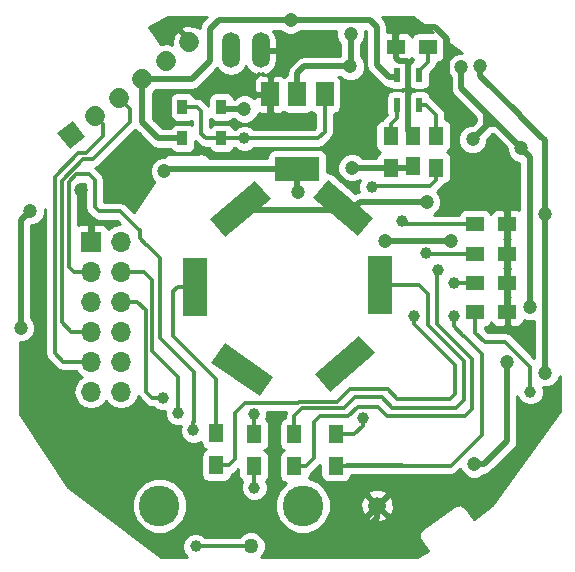
<source format=gbl>
G04 #@! TF.FileFunction,Copper,L2,Bot,Signal*
%FSLAX46Y46*%
G04 Gerber Fmt 4.6, Leading zero omitted, Abs format (unit mm)*
G04 Created by KiCad (PCBNEW 4.0.7) date 01/22/18 19:21:18*
%MOMM*%
%LPD*%
G01*
G04 APERTURE LIST*
%ADD10C,0.100000*%
%ADD11R,3.800000X2.000000*%
%ADD12R,1.500000X2.000000*%
%ADD13R,1.250000X1.500000*%
%ADD14R,1.300000X1.500000*%
%ADD15R,0.558800X1.270000*%
%ADD16C,1.270000*%
%ADD17C,3.450000*%
%ADD18C,1.520000*%
%ADD19R,0.900000X1.200000*%
%ADD20O,1.510000X3.010000*%
%ADD21R,1.700000X1.700000*%
%ADD22O,1.700000X1.700000*%
%ADD23R,1.500000X1.300000*%
%ADD24R,2.000000X5.000000*%
%ADD25C,1.700000*%
%ADD26C,1.000000*%
%ADD27C,1.200000*%
%ADD28C,0.300000*%
%ADD29C,0.500000*%
%ADD30C,0.254000*%
G04 APERTURE END LIST*
D10*
G36*
X148311457Y-98734789D02*
X147164304Y-100373093D01*
X143068543Y-97505211D01*
X144215696Y-95866907D01*
X148311457Y-98734789D01*
X148311457Y-98734789D01*
G37*
D11*
X150370000Y-81090000D03*
D12*
X150370000Y-74790000D03*
X152670000Y-74790000D03*
X148070000Y-74790000D03*
D13*
X160170000Y-80830000D03*
X160170000Y-78330000D03*
D14*
X162110000Y-78290000D03*
X162110000Y-80990000D03*
D15*
X160689800Y-75725400D03*
X159750000Y-75725400D03*
X158810200Y-75725400D03*
X158810200Y-73134600D03*
X160689800Y-73134600D03*
D14*
X153620000Y-106250000D03*
X153620000Y-103550000D03*
D16*
X146410000Y-113070000D03*
D17*
X138690000Y-109620000D03*
X150830000Y-109620000D03*
D18*
X157120000Y-109620000D03*
D19*
X140640000Y-75870000D03*
X143940000Y-75870000D03*
X143940000Y-78520000D03*
X140640000Y-78520000D03*
D20*
X144740000Y-71050000D03*
X147280000Y-71050000D03*
D21*
X132900000Y-87270000D03*
D22*
X135440000Y-87270000D03*
X132900000Y-89810000D03*
X135440000Y-89810000D03*
X132900000Y-92350000D03*
X135440000Y-92350000D03*
X132900000Y-94890000D03*
X135440000Y-94890000D03*
X132900000Y-97430000D03*
X135440000Y-97430000D03*
X132900000Y-99970000D03*
X135440000Y-99970000D03*
D14*
X143510000Y-106210000D03*
X143510000Y-103510000D03*
X146680000Y-106270000D03*
X146680000Y-103570000D03*
X150110000Y-106290000D03*
X150110000Y-103590000D03*
D23*
X165420000Y-85790000D03*
X168120000Y-85790000D03*
X165440000Y-90790000D03*
X168140000Y-90790000D03*
X168140000Y-93200000D03*
X165440000Y-93200000D03*
X165440000Y-88290000D03*
X168140000Y-88290000D03*
X158700000Y-70820000D03*
X161400000Y-70820000D03*
D10*
G36*
X153159285Y-100014857D02*
X151847167Y-98505438D01*
X155620715Y-95225143D01*
X156932833Y-96734562D01*
X153159285Y-100014857D01*
X153159285Y-100014857D01*
G37*
D24*
X141740000Y-91070000D03*
X157360000Y-90930000D03*
D14*
X158270000Y-81050000D03*
X158270000Y-78350000D03*
D10*
G36*
X144277677Y-86873013D02*
X142992101Y-85340925D01*
X146822323Y-82126987D01*
X148107899Y-83659075D01*
X144277677Y-86873013D01*
X144277677Y-86873013D01*
G37*
G36*
X156777899Y-85250925D02*
X155492323Y-86783013D01*
X151662101Y-83569075D01*
X152947677Y-82036987D01*
X156777899Y-85250925D01*
X156777899Y-85250925D01*
G37*
G36*
X132418412Y-78365421D02*
X131078794Y-79412045D01*
X130032170Y-78072427D01*
X131371788Y-77025803D01*
X132418412Y-78365421D01*
X132418412Y-78365421D01*
G37*
D25*
X133226838Y-76655144D02*
X133226838Y-76655144D01*
X135228386Y-75091364D02*
X135228386Y-75091364D01*
X137229933Y-73527584D02*
X137229933Y-73527584D01*
X139231480Y-71963803D02*
X139231480Y-71963803D01*
X141233028Y-70400023D02*
X141233028Y-70400023D01*
D26*
X141750000Y-113070000D03*
D27*
X132030000Y-82900000D03*
X130970000Y-98860000D03*
X130970000Y-98860000D03*
X154860000Y-79090000D03*
X154970000Y-75700000D03*
X148820000Y-77220000D03*
X138010000Y-105590000D03*
D26*
X145880000Y-78520000D03*
D27*
X155000000Y-81000000D03*
X145890000Y-76040000D03*
X139110000Y-81300000D03*
X157810000Y-87190000D03*
X163350000Y-87180000D03*
X150410000Y-83050000D03*
X154850000Y-72420000D03*
X154880000Y-69690000D03*
X165850000Y-72390000D03*
X171310000Y-84940000D03*
X171360000Y-98360000D03*
X127760000Y-84630000D03*
X126950000Y-94560000D03*
X165330000Y-106100000D03*
X161330000Y-83920000D03*
X164240000Y-72500000D03*
X170050000Y-92790000D03*
X165200000Y-78600000D03*
X169330000Y-79350000D03*
X168110000Y-97490000D03*
X149790000Y-68510000D03*
D26*
X156670000Y-82630000D03*
X155885000Y-102190000D03*
X146680000Y-101890000D03*
X163610000Y-90790000D03*
X141570000Y-103240000D03*
X170100000Y-100000000D03*
X140260000Y-101780000D03*
X161230000Y-88270000D03*
X138980000Y-100500000D03*
X159210000Y-85490000D03*
X160230000Y-93590000D03*
X146710000Y-108090000D03*
X162310000Y-89690000D03*
X163600000Y-93600000D03*
D28*
X146410000Y-113070000D02*
X141750000Y-113070000D01*
D29*
X132030000Y-84950000D02*
X132900000Y-85820000D01*
X132900000Y-85820000D02*
X132900000Y-87270000D01*
X132030000Y-82900000D02*
X132030000Y-84950000D01*
X130970000Y-98860000D02*
X130970000Y-104650000D01*
X130970000Y-104650000D02*
X131910000Y-105590000D01*
X131910000Y-105590000D02*
X138010000Y-105590000D01*
X154860000Y-79090000D02*
X154860000Y-75810000D01*
X154860000Y-75810000D02*
X154970000Y-75700000D01*
X154870000Y-77830000D02*
X154870000Y-75800000D01*
X154870000Y-75800000D02*
X154970000Y-75700000D01*
X160170000Y-78330000D02*
X159750000Y-77910000D01*
X159750000Y-77910000D02*
X159750000Y-75725400D01*
X148070000Y-74790000D02*
X148070000Y-76470000D01*
X148070000Y-76470000D02*
X148820000Y-77220000D01*
X147510000Y-110950000D02*
X143950000Y-110950000D01*
X138609999Y-106189999D02*
X139189999Y-106189999D01*
X138010000Y-105590000D02*
X138609999Y-106189999D01*
X139189999Y-106189999D02*
X143950000Y-110950000D01*
X159750000Y-72120000D02*
X159750000Y-74450000D01*
X159750000Y-74450000D02*
X159750000Y-75725400D01*
X159630000Y-72000000D02*
X159750000Y-72120000D01*
X159000000Y-72000000D02*
X159630000Y-72000000D01*
X158700000Y-71700000D02*
X159000000Y-72000000D01*
X158700000Y-70820000D02*
X158700000Y-71700000D01*
X158620000Y-70930000D02*
X158620000Y-69550000D01*
X159040000Y-69130000D02*
X162050000Y-69130000D01*
X158620000Y-69550000D02*
X159040000Y-69130000D01*
X163050000Y-70130000D02*
X163050000Y-75830000D01*
X162050000Y-69130000D02*
X163050000Y-70130000D01*
X163050000Y-75830000D02*
X163730000Y-76510000D01*
X163730000Y-76510000D02*
X163730000Y-81850000D01*
X163730000Y-81850000D02*
X165020000Y-83140000D01*
X165020000Y-83140000D02*
X166620000Y-83140000D01*
X166620000Y-83140000D02*
X168120000Y-84640000D01*
X168120000Y-84640000D02*
X168120000Y-85790000D01*
X168140000Y-88290000D02*
X168140000Y-85810000D01*
X168140000Y-85810000D02*
X168120000Y-85790000D01*
X168140000Y-90790000D02*
X168140000Y-88290000D01*
X168140000Y-93200000D02*
X168140000Y-90790000D01*
X148970000Y-112410000D02*
X147510000Y-110950000D01*
X155404802Y-112410000D02*
X148970000Y-112410000D01*
X157120000Y-109620000D02*
X157120000Y-110694802D01*
X157120000Y-110694802D02*
X155404802Y-112410000D01*
D28*
X145880000Y-78520000D02*
X152120000Y-78520000D01*
X152120000Y-78520000D02*
X152670000Y-77970000D01*
X152670000Y-74790000D02*
X152670000Y-77970000D01*
X143940000Y-78520000D02*
X145880000Y-78520000D01*
X142190000Y-76200000D02*
X141860000Y-75870000D01*
X141860000Y-75870000D02*
X140640000Y-75870000D01*
X142190000Y-78120000D02*
X142190000Y-76200000D01*
X142590000Y-78520000D02*
X142190000Y-78120000D01*
X143940000Y-78520000D02*
X142590000Y-78520000D01*
X152710000Y-74830000D02*
X152670000Y-74790000D01*
D29*
X158270000Y-81050000D02*
X155050000Y-81050000D01*
X155050000Y-81050000D02*
X155000000Y-81000000D01*
X158270000Y-81050000D02*
X159950000Y-81050000D01*
X159950000Y-81050000D02*
X160170000Y-80830000D01*
X145890000Y-76040000D02*
X144110000Y-76040000D01*
X144110000Y-76040000D02*
X143940000Y-75870000D01*
X150370000Y-81090000D02*
X139320000Y-81090000D01*
X139320000Y-81090000D02*
X139110000Y-81300000D01*
X126950000Y-94560000D02*
X126950000Y-85440000D01*
X157810000Y-87190000D02*
X163340000Y-87190000D01*
X163340000Y-87190000D02*
X163350000Y-87180000D01*
X150410000Y-82630000D02*
X150410000Y-83050000D01*
X150370000Y-81090000D02*
X150370000Y-82590000D01*
X150370000Y-82590000D02*
X150410000Y-82630000D01*
X154300000Y-72420000D02*
X154850000Y-72420000D01*
X150970000Y-72420000D02*
X154300000Y-72420000D01*
X154880000Y-72390000D02*
X154880000Y-71780000D01*
X154880000Y-71780000D02*
X154880000Y-71500000D01*
X150370000Y-74790000D02*
X150370000Y-73020000D01*
X150370000Y-73020000D02*
X150970000Y-72420000D01*
X154850000Y-72420000D02*
X154880000Y-72390000D01*
X154880000Y-71500000D02*
X154880000Y-69690000D01*
X169210000Y-76580000D02*
X165850000Y-73220000D01*
X165850000Y-73220000D02*
X165850000Y-72390000D01*
X169210000Y-76590000D02*
X169210000Y-76580000D01*
X171030000Y-78390000D02*
X171310000Y-78670000D01*
X171310000Y-78670000D02*
X171310000Y-78890000D01*
X171010000Y-78390000D02*
X171030000Y-78390000D01*
X171310000Y-78890000D02*
X171310000Y-84940000D01*
X171310000Y-96860000D02*
X171310000Y-94450000D01*
X171310000Y-97141472D02*
X171310000Y-96860000D01*
X171310000Y-96860000D02*
X171360000Y-96910000D01*
X171360000Y-96910000D02*
X171360000Y-98360000D01*
X171310000Y-84940000D02*
X171310000Y-84091472D01*
X171310000Y-94450000D02*
X171310000Y-84940000D01*
X169210000Y-76590000D02*
X171010000Y-78390000D01*
X126950000Y-85440000D02*
X127760000Y-84630000D01*
X154660000Y-84580000D02*
X144990000Y-84580000D01*
X144990000Y-84580000D02*
X144850000Y-84440000D01*
X154610000Y-84580000D02*
X154790000Y-84760000D01*
X165330000Y-106100000D02*
X166178528Y-106100000D01*
X166178528Y-106100000D02*
X168120000Y-104158528D01*
X168120000Y-104158528D02*
X168120000Y-99680000D01*
X161330000Y-83920000D02*
X155630000Y-83920000D01*
X155630000Y-83920000D02*
X154790000Y-84760000D01*
X161330000Y-83920000D02*
X159640000Y-83920000D01*
X166360000Y-76390000D02*
X164240000Y-74270000D01*
X166870000Y-76900000D02*
X166360000Y-76390000D01*
X166360000Y-76390000D02*
X166360000Y-77180000D01*
X166360000Y-77180000D02*
X166480000Y-77300000D01*
X166880000Y-76900000D02*
X166870000Y-76900000D01*
X164240000Y-74270000D02*
X164240000Y-72500000D01*
X168120000Y-98348528D02*
X168120000Y-99680000D01*
X168110000Y-97490000D02*
X168110000Y-98338528D01*
X168110000Y-98338528D02*
X168120000Y-98348528D01*
X170050000Y-92790000D02*
X170050000Y-80070000D01*
X170050000Y-80070000D02*
X169330000Y-79350000D01*
X169330000Y-79350000D02*
X167260000Y-77280000D01*
X167260000Y-77280000D02*
X166880000Y-76900000D01*
X166480000Y-77300000D02*
X167240000Y-77300000D01*
X167240000Y-77300000D02*
X167260000Y-77280000D01*
X165799999Y-77980001D02*
X166480000Y-77300000D01*
X166480000Y-77300000D02*
X166880000Y-76900000D01*
X165200000Y-78600000D02*
X165799999Y-78000001D01*
X165799999Y-78000001D02*
X165799999Y-77980001D01*
X137229933Y-73527584D02*
X141412416Y-73527584D01*
X141412416Y-73527584D02*
X142960000Y-71980000D01*
X143700000Y-68510000D02*
X149110000Y-68510000D01*
X142960000Y-71980000D02*
X142960000Y-69250000D01*
X142960000Y-69250000D02*
X143700000Y-68510000D01*
X137544709Y-77474709D02*
X137229933Y-77159933D01*
X137229933Y-77159933D02*
X137229933Y-73527584D01*
X140640000Y-78520000D02*
X138590000Y-78520000D01*
X137544709Y-77474709D02*
X138590000Y-78520000D01*
X150110000Y-68510000D02*
X149790000Y-68510000D01*
X149790000Y-68510000D02*
X149110000Y-68510000D01*
X157090200Y-72310000D02*
X157090200Y-69070200D01*
X157090200Y-72310000D02*
X158124810Y-73344610D01*
X158124810Y-73344610D02*
X158721268Y-73344610D01*
X158721268Y-73344610D02*
X158810200Y-73344610D01*
X157090200Y-69070200D02*
X156530000Y-68510000D01*
X156530000Y-68510000D02*
X151110000Y-68510000D01*
X151110000Y-68510000D02*
X150110000Y-68510000D01*
X149110000Y-68510000D02*
X149553273Y-68510000D01*
D28*
X157830000Y-82550000D02*
X161600000Y-82550000D01*
X157420000Y-82550000D02*
X157830000Y-82550000D01*
X157830000Y-82550000D02*
X156750000Y-82550000D01*
X156750000Y-82550000D02*
X156670000Y-82630000D01*
X161630000Y-82520000D02*
X161790000Y-82360000D01*
X161790000Y-82360000D02*
X162110000Y-82040000D01*
X161600000Y-82550000D02*
X161790000Y-82360000D01*
X161580000Y-82570000D02*
X162110000Y-82040000D01*
X157420000Y-82550000D02*
X158127106Y-82550000D01*
X162110000Y-82040000D02*
X162110000Y-80990000D01*
X162110000Y-81483998D02*
X162110000Y-80990000D01*
X155175000Y-103550000D02*
X155885000Y-102840000D01*
X155885000Y-102840000D02*
X155885000Y-102190000D01*
X153620000Y-103550000D02*
X155175000Y-103550000D01*
X153620000Y-103550000D02*
X154950000Y-103550000D01*
X146680000Y-102520000D02*
X146680000Y-101890000D01*
X146680000Y-103570000D02*
X146680000Y-102520000D01*
X143510000Y-103510000D02*
X143510000Y-98910000D01*
X143510000Y-98910000D02*
X142800000Y-98200000D01*
X139820000Y-93430000D02*
X139820000Y-93070000D01*
X139820000Y-93070000D02*
X139820000Y-91470000D01*
X140970000Y-96370000D02*
X139820000Y-95220000D01*
X139820000Y-95220000D02*
X139820000Y-93070000D01*
X140970000Y-96370000D02*
X142800000Y-98200000D01*
X140770000Y-96170000D02*
X140970000Y-96370000D01*
X139820000Y-91470000D02*
X140220000Y-91070000D01*
X140220000Y-91070000D02*
X141740000Y-91070000D01*
X150110000Y-103590000D02*
X150110000Y-101990000D01*
X163780000Y-101330000D02*
X164450000Y-100660000D01*
X164450000Y-97350000D02*
X161430000Y-94330000D01*
X150110000Y-101990000D02*
X150735000Y-101365000D01*
X150735000Y-101365000D02*
X154285000Y-101365000D01*
X154285000Y-101365000D02*
X155210000Y-100440000D01*
X155210000Y-100440000D02*
X157520000Y-100440000D01*
X157520000Y-100440000D02*
X158410000Y-101330000D01*
X158410000Y-101330000D02*
X163780000Y-101330000D01*
X164450000Y-100660000D02*
X164450000Y-97350000D01*
X161430000Y-94330000D02*
X161430000Y-91730000D01*
X161430000Y-91730000D02*
X160640000Y-90940000D01*
X160640000Y-90940000D02*
X157490000Y-90940000D01*
X150110000Y-103590000D02*
X150110000Y-102090000D01*
X137030000Y-87000000D02*
X137030000Y-86300000D01*
X135390000Y-84710000D02*
X133580000Y-84710000D01*
X137030000Y-86300000D02*
X136980000Y-86300000D01*
X136980000Y-86300000D02*
X135390000Y-84710000D01*
X131010000Y-83490000D02*
X131010000Y-82580000D01*
X131010000Y-82580000D02*
X131010000Y-82390000D01*
X131647120Y-81570000D02*
X131010000Y-82207120D01*
X131010000Y-82207120D02*
X131010000Y-82580000D01*
X133210000Y-82040000D02*
X132740000Y-81570000D01*
X132740000Y-81570000D02*
X131647120Y-81570000D01*
X133210000Y-84340000D02*
X133210000Y-82040000D01*
X133580000Y-84710000D02*
X133210000Y-84340000D01*
X137580000Y-87550000D02*
X137030000Y-87000000D01*
X137600000Y-87550000D02*
X137580000Y-87550000D01*
X131030000Y-89390000D02*
X131450000Y-89810000D01*
X131450000Y-89810000D02*
X132900000Y-89810000D01*
X131030000Y-88090000D02*
X131030000Y-89390000D01*
X131010000Y-87990000D02*
X131010000Y-88070000D01*
X131010000Y-88070000D02*
X131030000Y-88090000D01*
X131010000Y-85100000D02*
X131010000Y-83490000D01*
X131010000Y-85100000D02*
X131010000Y-85060000D01*
X131010000Y-87590000D02*
X131010000Y-85100000D01*
X141580000Y-102522894D02*
X141580000Y-98300000D01*
X141580000Y-98300000D02*
X138700000Y-95420000D01*
X141570000Y-103240000D02*
X141570000Y-102532894D01*
X141570000Y-102532894D02*
X141580000Y-102522894D01*
X165440000Y-90790000D02*
X163610000Y-90790000D01*
X138700000Y-88650000D02*
X137600000Y-87550000D01*
X138700000Y-95420000D02*
X138700000Y-88650000D01*
X131010000Y-83490000D02*
X131010000Y-83290000D01*
X131010000Y-87772081D02*
X131010000Y-87590000D01*
X131010000Y-87990000D02*
X131010000Y-87590000D01*
X170100000Y-99000000D02*
X170100000Y-98800000D01*
X170100000Y-98800000D02*
X170100000Y-97870000D01*
X170100000Y-100000000D02*
X170100000Y-98800000D01*
X170100000Y-97870000D02*
X167970000Y-95740000D01*
X167970000Y-95740000D02*
X166220000Y-95740000D01*
X166220000Y-95740000D02*
X165440000Y-94960000D01*
X165440000Y-94960000D02*
X165440000Y-93200000D01*
X138060010Y-90480010D02*
X137390000Y-89810000D01*
X137390000Y-89810000D02*
X135440000Y-89810000D01*
X138060010Y-96450000D02*
X138060010Y-90620000D01*
X138060010Y-90620000D02*
X138060010Y-90480010D01*
X138060010Y-96492008D02*
X138060010Y-96450000D01*
X140270000Y-101062894D02*
X140270000Y-98701998D01*
X140270000Y-98701998D02*
X138060010Y-96492008D01*
X140260000Y-101780000D02*
X140260000Y-101072894D01*
X140260000Y-101072894D02*
X140270000Y-101062894D01*
X137510000Y-93080000D02*
X136780000Y-92350000D01*
X136780000Y-92350000D02*
X135440000Y-92350000D01*
X137520000Y-97990000D02*
X137520000Y-93100000D01*
X165440000Y-88290000D02*
X161250000Y-88290000D01*
X161250000Y-88290000D02*
X161230000Y-88270000D01*
X137560000Y-98220000D02*
X137560000Y-97970000D01*
X137560000Y-99990000D02*
X137560000Y-97970000D01*
X138070000Y-100500000D02*
X137560000Y-99990000D01*
X138980000Y-100500000D02*
X138070000Y-100500000D01*
X165440000Y-88290000D02*
X164070000Y-88290000D01*
X165420000Y-85790000D02*
X159510000Y-85790000D01*
X159510000Y-85790000D02*
X159210000Y-85490000D01*
X130410000Y-94080000D02*
X131220000Y-94890000D01*
X131220000Y-94890000D02*
X132900000Y-94890000D01*
X130410000Y-92710000D02*
X130410000Y-82090000D01*
X130410000Y-92940000D02*
X130410000Y-92710000D01*
X130410000Y-92710000D02*
X130410000Y-94080000D01*
X134560000Y-78740000D02*
X136180000Y-77120000D01*
X136130000Y-75992978D02*
X135228386Y-75091364D01*
X136180000Y-76042978D02*
X136130000Y-75992978D01*
X136180000Y-77120000D02*
X136180000Y-76042978D01*
X130410000Y-82090000D02*
X130420000Y-82090000D01*
X134560000Y-78765000D02*
X134560000Y-78740000D01*
X130420000Y-82090000D02*
X132260000Y-80250000D01*
X132260000Y-80250000D02*
X133075000Y-80250000D01*
X133075000Y-80250000D02*
X134560000Y-78765000D01*
X131830008Y-79749992D02*
X129810000Y-81770000D01*
X129810000Y-81770000D02*
X129810000Y-96730000D01*
X129810000Y-96730000D02*
X130510000Y-97430000D01*
X130510000Y-97430000D02*
X132900000Y-97430000D01*
X131830008Y-79749992D02*
X132510008Y-79749992D01*
X133920000Y-78340000D02*
X133920000Y-77348306D01*
X132510008Y-79749992D02*
X133920000Y-78340000D01*
X133920000Y-77348306D02*
X133226838Y-76655144D01*
X131830008Y-79749992D02*
X131840008Y-79749992D01*
X143510000Y-106210000D02*
X144610000Y-106210000D01*
X144610000Y-106210000D02*
X145110000Y-105710000D01*
X160230000Y-94280000D02*
X160230000Y-93590000D01*
X145110000Y-105710000D02*
X145110000Y-101765000D01*
X145110000Y-101765000D02*
X145945000Y-100930000D01*
X150527890Y-100864990D02*
X153735010Y-100864990D01*
X145945000Y-100930000D02*
X150462880Y-100930000D01*
X153735010Y-100864990D02*
X154860000Y-99740000D01*
X150462880Y-100930000D02*
X150527890Y-100864990D01*
X154860000Y-99740000D02*
X158000000Y-99740000D01*
X158000000Y-99740000D02*
X158840000Y-100580000D01*
X158840000Y-100580000D02*
X163250000Y-100580000D01*
X163250000Y-100580000D02*
X163690000Y-100140000D01*
X163690000Y-100140000D02*
X163690000Y-97740000D01*
X163690000Y-97740000D02*
X160230000Y-94280000D01*
X146680000Y-106270000D02*
X146680000Y-108060000D01*
X146680000Y-108060000D02*
X146710000Y-108090000D01*
X150110000Y-106290000D02*
X151060000Y-106290000D01*
X157970000Y-102050000D02*
X164590000Y-102050000D01*
X151060000Y-106290000D02*
X151770000Y-105580000D01*
X151770000Y-102555000D02*
X152310000Y-102015000D01*
X151770000Y-105580000D02*
X151770000Y-102555000D01*
X152310000Y-102015000D02*
X154692120Y-102015000D01*
X154692120Y-102015000D02*
X155460000Y-101247120D01*
X155460000Y-101247120D02*
X157167120Y-101247120D01*
X157167120Y-101247120D02*
X157970000Y-102050000D01*
X162170000Y-94198001D02*
X162170000Y-89830000D01*
X164590000Y-102050000D02*
X165180000Y-101460000D01*
X165180000Y-101460000D02*
X165180000Y-97208001D01*
X165180000Y-97208001D02*
X162170000Y-94198001D01*
X162170000Y-89830000D02*
X162310000Y-89690000D01*
X163600000Y-94400000D02*
X163600000Y-93600000D01*
X164429999Y-95229999D02*
X163600000Y-94400000D01*
X164460000Y-95229999D02*
X164429999Y-95229999D01*
X166000000Y-103620000D02*
X166000000Y-97520000D01*
X164460000Y-95270000D02*
X166000000Y-96810000D01*
X166000000Y-97520000D02*
X166000000Y-97290000D01*
X166000000Y-96810000D02*
X166000000Y-97520000D01*
X164460000Y-95229999D02*
X164460000Y-95270000D01*
X153620000Y-106250000D02*
X163370000Y-106250000D01*
X163370000Y-106250000D02*
X166000000Y-103620000D01*
X159230000Y-106210000D02*
X154610000Y-106210000D01*
X154610000Y-106210000D02*
X154570000Y-106250000D01*
X154570000Y-106250000D02*
X153620000Y-106250000D01*
X160689800Y-73134600D02*
X160689800Y-72779000D01*
X161400000Y-72068800D02*
X161400000Y-70820000D01*
X160689800Y-72779000D02*
X161400000Y-72068800D01*
X161626200Y-76066200D02*
X162110000Y-76550000D01*
X162110000Y-76550000D02*
X162110000Y-78290000D01*
X161610000Y-76066200D02*
X161626200Y-76066200D01*
X160689800Y-75725400D02*
X161269200Y-75725400D01*
X161269200Y-75725400D02*
X161610000Y-76066200D01*
X158270000Y-78350000D02*
X158270000Y-77300000D01*
X158270000Y-77300000D02*
X158810200Y-76759800D01*
X158810200Y-76759800D02*
X158810200Y-75725400D01*
X158805600Y-75730000D02*
X158810200Y-75725400D01*
D30*
G36*
X129025000Y-96730000D02*
X129084755Y-97030407D01*
X129254921Y-97285079D01*
X129954919Y-97985076D01*
X129954921Y-97985079D01*
X130209594Y-98155245D01*
X130510000Y-98215000D01*
X131643750Y-98215000D01*
X131820853Y-98480054D01*
X132150026Y-98700000D01*
X131820853Y-98919946D01*
X131498946Y-99401715D01*
X131385907Y-99970000D01*
X131498946Y-100538285D01*
X131820853Y-101020054D01*
X132302622Y-101341961D01*
X132870907Y-101455000D01*
X132929093Y-101455000D01*
X133497378Y-101341961D01*
X133979147Y-101020054D01*
X134170000Y-100734422D01*
X134360853Y-101020054D01*
X134842622Y-101341961D01*
X135410907Y-101455000D01*
X135469093Y-101455000D01*
X136037378Y-101341961D01*
X136519147Y-101020054D01*
X136841054Y-100538285D01*
X136877604Y-100354535D01*
X137004921Y-100545079D01*
X137514921Y-101055079D01*
X137769594Y-101225245D01*
X138070000Y-101285000D01*
X138159898Y-101285000D01*
X138336235Y-101461645D01*
X138753244Y-101634803D01*
X139125126Y-101635127D01*
X139124803Y-102004775D01*
X139297233Y-102422086D01*
X139616235Y-102741645D01*
X140033244Y-102914803D01*
X140475913Y-102915189D01*
X140435197Y-103013244D01*
X140434803Y-103464775D01*
X140607233Y-103882086D01*
X140926235Y-104201645D01*
X141343244Y-104374803D01*
X141794775Y-104375197D01*
X142212086Y-104202767D01*
X142212560Y-104202294D01*
X142212560Y-104260000D01*
X142256838Y-104495317D01*
X142395910Y-104711441D01*
X142608110Y-104856431D01*
X142621197Y-104859081D01*
X142408559Y-104995910D01*
X142263569Y-105208110D01*
X142212560Y-105460000D01*
X142212560Y-106960000D01*
X142256838Y-107195317D01*
X142395910Y-107411441D01*
X142608110Y-107556431D01*
X142860000Y-107607440D01*
X144160000Y-107607440D01*
X144395317Y-107563162D01*
X144611441Y-107424090D01*
X144756431Y-107211890D01*
X144807440Y-106960000D01*
X144807440Y-106955727D01*
X144910407Y-106935245D01*
X145165079Y-106765079D01*
X145382560Y-106547598D01*
X145382560Y-107020000D01*
X145426838Y-107255317D01*
X145565910Y-107471441D01*
X145699879Y-107562978D01*
X145575197Y-107863244D01*
X145574803Y-108314775D01*
X145747233Y-108732086D01*
X146066235Y-109051645D01*
X146483244Y-109224803D01*
X146934775Y-109225197D01*
X147352086Y-109052767D01*
X147671645Y-108733765D01*
X147844803Y-108316756D01*
X147845197Y-107865225D01*
X147707401Y-107531734D01*
X147781441Y-107484090D01*
X147926431Y-107271890D01*
X147977440Y-107020000D01*
X147977440Y-105520000D01*
X147933162Y-105284683D01*
X147794090Y-105068559D01*
X147581890Y-104923569D01*
X147568803Y-104920919D01*
X147781441Y-104784090D01*
X147926431Y-104571890D01*
X147977440Y-104320000D01*
X147977440Y-102820000D01*
X147933162Y-102584683D01*
X147794090Y-102368559D01*
X147728776Y-102323932D01*
X147814803Y-102116756D01*
X147815154Y-101715000D01*
X149379701Y-101715000D01*
X149363837Y-101794755D01*
X149325000Y-101990000D01*
X149325000Y-102217962D01*
X149224683Y-102236838D01*
X149008559Y-102375910D01*
X148863569Y-102588110D01*
X148812560Y-102840000D01*
X148812560Y-104340000D01*
X148856838Y-104575317D01*
X148995910Y-104791441D01*
X149208110Y-104936431D01*
X149221197Y-104939081D01*
X149008559Y-105075910D01*
X148863569Y-105288110D01*
X148812560Y-105540000D01*
X148812560Y-107040000D01*
X148856838Y-107275317D01*
X148995910Y-107491441D01*
X149208110Y-107636431D01*
X149431298Y-107681628D01*
X148830456Y-108281422D01*
X148470411Y-109148508D01*
X148469591Y-110087373D01*
X148828123Y-110955086D01*
X149491422Y-111619544D01*
X150358508Y-111979589D01*
X151297373Y-111980409D01*
X152165086Y-111621877D01*
X152829544Y-110958578D01*
X152978951Y-110598764D01*
X156320841Y-110598764D01*
X156390059Y-110840742D01*
X156912780Y-111027155D01*
X157467049Y-110999341D01*
X157849941Y-110840742D01*
X157919159Y-110598764D01*
X157120000Y-109799605D01*
X156320841Y-110598764D01*
X152978951Y-110598764D01*
X153189589Y-110091492D01*
X153190181Y-109412780D01*
X155712845Y-109412780D01*
X155740659Y-109967049D01*
X155899258Y-110349941D01*
X156141236Y-110419159D01*
X156940395Y-109620000D01*
X157299605Y-109620000D01*
X158098764Y-110419159D01*
X158340742Y-110349941D01*
X158527155Y-109827220D01*
X158499341Y-109272951D01*
X158340742Y-108890059D01*
X158098764Y-108820841D01*
X157299605Y-109620000D01*
X156940395Y-109620000D01*
X156141236Y-108820841D01*
X155899258Y-108890059D01*
X155712845Y-109412780D01*
X153190181Y-109412780D01*
X153190409Y-109152627D01*
X152979107Y-108641236D01*
X156320841Y-108641236D01*
X157120000Y-109440395D01*
X157919159Y-108641236D01*
X157849941Y-108399258D01*
X157327220Y-108212845D01*
X156772951Y-108240659D01*
X156390059Y-108399258D01*
X156320841Y-108641236D01*
X152979107Y-108641236D01*
X152831877Y-108284914D01*
X152168578Y-107620456D01*
X151358050Y-107283896D01*
X151407440Y-107040000D01*
X151407440Y-106983819D01*
X151615079Y-106845079D01*
X152322560Y-106137598D01*
X152322560Y-107000000D01*
X152366838Y-107235317D01*
X152505910Y-107451441D01*
X152718110Y-107596431D01*
X152970000Y-107647440D01*
X154270000Y-107647440D01*
X154505317Y-107603162D01*
X154721441Y-107464090D01*
X154866431Y-107251890D01*
X154910352Y-107035000D01*
X163370000Y-107035000D01*
X163670407Y-106975245D01*
X163925079Y-106805079D01*
X164179809Y-106550349D01*
X164282408Y-106798657D01*
X164629515Y-107146371D01*
X165083266Y-107334785D01*
X165574579Y-107335214D01*
X166028657Y-107147592D01*
X166194768Y-106981770D01*
X166461012Y-106928810D01*
X166517203Y-106917633D01*
X166804318Y-106725790D01*
X168745787Y-104784320D01*
X168745790Y-104784318D01*
X168937633Y-104497203D01*
X168948810Y-104441012D01*
X169005001Y-104158528D01*
X169005000Y-104158523D01*
X169005000Y-100322059D01*
X169137233Y-100642086D01*
X169456235Y-100961645D01*
X169873244Y-101134803D01*
X170324775Y-101135197D01*
X170742086Y-100962767D01*
X171061645Y-100643765D01*
X171234803Y-100226756D01*
X171235197Y-99775225D01*
X171160658Y-99594826D01*
X171604579Y-99595214D01*
X172058657Y-99407592D01*
X172406371Y-99060485D01*
X172563515Y-98682040D01*
X172564891Y-101645145D01*
X166822090Y-109555237D01*
X165339939Y-110784432D01*
X164625284Y-109810108D01*
X164520672Y-109714281D01*
X164416571Y-109618078D01*
X164415028Y-109617509D01*
X164413813Y-109616396D01*
X164280481Y-109567892D01*
X164147501Y-109518854D01*
X164145856Y-109518919D01*
X164144309Y-109518356D01*
X164002572Y-109524568D01*
X163860941Y-109530152D01*
X163859447Y-109530841D01*
X163857801Y-109530913D01*
X163729235Y-109590891D01*
X163600517Y-109650251D01*
X160951297Y-111575571D01*
X160943608Y-111583892D01*
X160933468Y-111588946D01*
X160846556Y-111688911D01*
X160756658Y-111786189D01*
X160752738Y-111796818D01*
X160745305Y-111805368D01*
X160703267Y-111930972D01*
X160657434Y-112055259D01*
X160657880Y-112066581D01*
X160654285Y-112077323D01*
X160663513Y-112209453D01*
X160668732Y-112341819D01*
X160673477Y-112352107D01*
X160674266Y-112363409D01*
X160733357Y-112481954D01*
X160788831Y-112602243D01*
X160797152Y-112609932D01*
X160802206Y-112620072D01*
X161437441Y-113440630D01*
X160482023Y-113931766D01*
X147330355Y-113945736D01*
X147486026Y-113790337D01*
X147679779Y-113323727D01*
X147680220Y-112818490D01*
X147487282Y-112351542D01*
X147130337Y-111993974D01*
X146663727Y-111800221D01*
X146158490Y-111799780D01*
X145691542Y-111992718D01*
X145398750Y-112285000D01*
X142570102Y-112285000D01*
X142393765Y-112108355D01*
X141976756Y-111935197D01*
X141525225Y-111934803D01*
X141107914Y-112107233D01*
X140788355Y-112426235D01*
X140615197Y-112843244D01*
X140614803Y-113294775D01*
X140787233Y-113712086D01*
X141027160Y-113952432D01*
X138857064Y-113954737D01*
X133674510Y-110087373D01*
X136329591Y-110087373D01*
X136688123Y-110955086D01*
X137351422Y-111619544D01*
X138218508Y-111979589D01*
X139157373Y-111980409D01*
X140025086Y-111621877D01*
X140689544Y-110958578D01*
X141049589Y-110091492D01*
X141050409Y-109152627D01*
X140691877Y-108284914D01*
X140028578Y-107620456D01*
X139161492Y-107260411D01*
X138222627Y-107259591D01*
X137354914Y-107618123D01*
X136690456Y-108281422D01*
X136330411Y-109148508D01*
X136329591Y-110087373D01*
X133674510Y-110087373D01*
X130982533Y-108078546D01*
X126885125Y-101880681D01*
X126888438Y-95794947D01*
X127194579Y-95795214D01*
X127648657Y-95607592D01*
X127996371Y-95260485D01*
X128184785Y-94806734D01*
X128185214Y-94315421D01*
X127997592Y-93861343D01*
X127835000Y-93698467D01*
X127835000Y-85865066D01*
X128004579Y-85865214D01*
X128458657Y-85677592D01*
X128806371Y-85330485D01*
X128994785Y-84876734D01*
X128995146Y-84463441D01*
X129025000Y-84463320D01*
X129025000Y-96730000D01*
X129025000Y-96730000D01*
G37*
X129025000Y-96730000D02*
X129084755Y-97030407D01*
X129254921Y-97285079D01*
X129954919Y-97985076D01*
X129954921Y-97985079D01*
X130209594Y-98155245D01*
X130510000Y-98215000D01*
X131643750Y-98215000D01*
X131820853Y-98480054D01*
X132150026Y-98700000D01*
X131820853Y-98919946D01*
X131498946Y-99401715D01*
X131385907Y-99970000D01*
X131498946Y-100538285D01*
X131820853Y-101020054D01*
X132302622Y-101341961D01*
X132870907Y-101455000D01*
X132929093Y-101455000D01*
X133497378Y-101341961D01*
X133979147Y-101020054D01*
X134170000Y-100734422D01*
X134360853Y-101020054D01*
X134842622Y-101341961D01*
X135410907Y-101455000D01*
X135469093Y-101455000D01*
X136037378Y-101341961D01*
X136519147Y-101020054D01*
X136841054Y-100538285D01*
X136877604Y-100354535D01*
X137004921Y-100545079D01*
X137514921Y-101055079D01*
X137769594Y-101225245D01*
X138070000Y-101285000D01*
X138159898Y-101285000D01*
X138336235Y-101461645D01*
X138753244Y-101634803D01*
X139125126Y-101635127D01*
X139124803Y-102004775D01*
X139297233Y-102422086D01*
X139616235Y-102741645D01*
X140033244Y-102914803D01*
X140475913Y-102915189D01*
X140435197Y-103013244D01*
X140434803Y-103464775D01*
X140607233Y-103882086D01*
X140926235Y-104201645D01*
X141343244Y-104374803D01*
X141794775Y-104375197D01*
X142212086Y-104202767D01*
X142212560Y-104202294D01*
X142212560Y-104260000D01*
X142256838Y-104495317D01*
X142395910Y-104711441D01*
X142608110Y-104856431D01*
X142621197Y-104859081D01*
X142408559Y-104995910D01*
X142263569Y-105208110D01*
X142212560Y-105460000D01*
X142212560Y-106960000D01*
X142256838Y-107195317D01*
X142395910Y-107411441D01*
X142608110Y-107556431D01*
X142860000Y-107607440D01*
X144160000Y-107607440D01*
X144395317Y-107563162D01*
X144611441Y-107424090D01*
X144756431Y-107211890D01*
X144807440Y-106960000D01*
X144807440Y-106955727D01*
X144910407Y-106935245D01*
X145165079Y-106765079D01*
X145382560Y-106547598D01*
X145382560Y-107020000D01*
X145426838Y-107255317D01*
X145565910Y-107471441D01*
X145699879Y-107562978D01*
X145575197Y-107863244D01*
X145574803Y-108314775D01*
X145747233Y-108732086D01*
X146066235Y-109051645D01*
X146483244Y-109224803D01*
X146934775Y-109225197D01*
X147352086Y-109052767D01*
X147671645Y-108733765D01*
X147844803Y-108316756D01*
X147845197Y-107865225D01*
X147707401Y-107531734D01*
X147781441Y-107484090D01*
X147926431Y-107271890D01*
X147977440Y-107020000D01*
X147977440Y-105520000D01*
X147933162Y-105284683D01*
X147794090Y-105068559D01*
X147581890Y-104923569D01*
X147568803Y-104920919D01*
X147781441Y-104784090D01*
X147926431Y-104571890D01*
X147977440Y-104320000D01*
X147977440Y-102820000D01*
X147933162Y-102584683D01*
X147794090Y-102368559D01*
X147728776Y-102323932D01*
X147814803Y-102116756D01*
X147815154Y-101715000D01*
X149379701Y-101715000D01*
X149363837Y-101794755D01*
X149325000Y-101990000D01*
X149325000Y-102217962D01*
X149224683Y-102236838D01*
X149008559Y-102375910D01*
X148863569Y-102588110D01*
X148812560Y-102840000D01*
X148812560Y-104340000D01*
X148856838Y-104575317D01*
X148995910Y-104791441D01*
X149208110Y-104936431D01*
X149221197Y-104939081D01*
X149008559Y-105075910D01*
X148863569Y-105288110D01*
X148812560Y-105540000D01*
X148812560Y-107040000D01*
X148856838Y-107275317D01*
X148995910Y-107491441D01*
X149208110Y-107636431D01*
X149431298Y-107681628D01*
X148830456Y-108281422D01*
X148470411Y-109148508D01*
X148469591Y-110087373D01*
X148828123Y-110955086D01*
X149491422Y-111619544D01*
X150358508Y-111979589D01*
X151297373Y-111980409D01*
X152165086Y-111621877D01*
X152829544Y-110958578D01*
X152978951Y-110598764D01*
X156320841Y-110598764D01*
X156390059Y-110840742D01*
X156912780Y-111027155D01*
X157467049Y-110999341D01*
X157849941Y-110840742D01*
X157919159Y-110598764D01*
X157120000Y-109799605D01*
X156320841Y-110598764D01*
X152978951Y-110598764D01*
X153189589Y-110091492D01*
X153190181Y-109412780D01*
X155712845Y-109412780D01*
X155740659Y-109967049D01*
X155899258Y-110349941D01*
X156141236Y-110419159D01*
X156940395Y-109620000D01*
X157299605Y-109620000D01*
X158098764Y-110419159D01*
X158340742Y-110349941D01*
X158527155Y-109827220D01*
X158499341Y-109272951D01*
X158340742Y-108890059D01*
X158098764Y-108820841D01*
X157299605Y-109620000D01*
X156940395Y-109620000D01*
X156141236Y-108820841D01*
X155899258Y-108890059D01*
X155712845Y-109412780D01*
X153190181Y-109412780D01*
X153190409Y-109152627D01*
X152979107Y-108641236D01*
X156320841Y-108641236D01*
X157120000Y-109440395D01*
X157919159Y-108641236D01*
X157849941Y-108399258D01*
X157327220Y-108212845D01*
X156772951Y-108240659D01*
X156390059Y-108399258D01*
X156320841Y-108641236D01*
X152979107Y-108641236D01*
X152831877Y-108284914D01*
X152168578Y-107620456D01*
X151358050Y-107283896D01*
X151407440Y-107040000D01*
X151407440Y-106983819D01*
X151615079Y-106845079D01*
X152322560Y-106137598D01*
X152322560Y-107000000D01*
X152366838Y-107235317D01*
X152505910Y-107451441D01*
X152718110Y-107596431D01*
X152970000Y-107647440D01*
X154270000Y-107647440D01*
X154505317Y-107603162D01*
X154721441Y-107464090D01*
X154866431Y-107251890D01*
X154910352Y-107035000D01*
X163370000Y-107035000D01*
X163670407Y-106975245D01*
X163925079Y-106805079D01*
X164179809Y-106550349D01*
X164282408Y-106798657D01*
X164629515Y-107146371D01*
X165083266Y-107334785D01*
X165574579Y-107335214D01*
X166028657Y-107147592D01*
X166194768Y-106981770D01*
X166461012Y-106928810D01*
X166517203Y-106917633D01*
X166804318Y-106725790D01*
X168745787Y-104784320D01*
X168745790Y-104784318D01*
X168937633Y-104497203D01*
X168948810Y-104441012D01*
X169005001Y-104158528D01*
X169005000Y-104158523D01*
X169005000Y-100322059D01*
X169137233Y-100642086D01*
X169456235Y-100961645D01*
X169873244Y-101134803D01*
X170324775Y-101135197D01*
X170742086Y-100962767D01*
X171061645Y-100643765D01*
X171234803Y-100226756D01*
X171235197Y-99775225D01*
X171160658Y-99594826D01*
X171604579Y-99595214D01*
X172058657Y-99407592D01*
X172406371Y-99060485D01*
X172563515Y-98682040D01*
X172564891Y-101645145D01*
X166822090Y-109555237D01*
X165339939Y-110784432D01*
X164625284Y-109810108D01*
X164520672Y-109714281D01*
X164416571Y-109618078D01*
X164415028Y-109617509D01*
X164413813Y-109616396D01*
X164280481Y-109567892D01*
X164147501Y-109518854D01*
X164145856Y-109518919D01*
X164144309Y-109518356D01*
X164002572Y-109524568D01*
X163860941Y-109530152D01*
X163859447Y-109530841D01*
X163857801Y-109530913D01*
X163729235Y-109590891D01*
X163600517Y-109650251D01*
X160951297Y-111575571D01*
X160943608Y-111583892D01*
X160933468Y-111588946D01*
X160846556Y-111688911D01*
X160756658Y-111786189D01*
X160752738Y-111796818D01*
X160745305Y-111805368D01*
X160703267Y-111930972D01*
X160657434Y-112055259D01*
X160657880Y-112066581D01*
X160654285Y-112077323D01*
X160663513Y-112209453D01*
X160668732Y-112341819D01*
X160673477Y-112352107D01*
X160674266Y-112363409D01*
X160733357Y-112481954D01*
X160788831Y-112602243D01*
X160797152Y-112609932D01*
X160802206Y-112620072D01*
X161437441Y-113440630D01*
X160482023Y-113931766D01*
X147330355Y-113945736D01*
X147486026Y-113790337D01*
X147679779Y-113323727D01*
X147680220Y-112818490D01*
X147487282Y-112351542D01*
X147130337Y-111993974D01*
X146663727Y-111800221D01*
X146158490Y-111799780D01*
X145691542Y-111992718D01*
X145398750Y-112285000D01*
X142570102Y-112285000D01*
X142393765Y-112108355D01*
X141976756Y-111935197D01*
X141525225Y-111934803D01*
X141107914Y-112107233D01*
X140788355Y-112426235D01*
X140615197Y-112843244D01*
X140614803Y-113294775D01*
X140787233Y-113712086D01*
X141027160Y-113952432D01*
X138857064Y-113954737D01*
X133674510Y-110087373D01*
X136329591Y-110087373D01*
X136688123Y-110955086D01*
X137351422Y-111619544D01*
X138218508Y-111979589D01*
X139157373Y-111980409D01*
X140025086Y-111621877D01*
X140689544Y-110958578D01*
X141049589Y-110091492D01*
X141050409Y-109152627D01*
X140691877Y-108284914D01*
X140028578Y-107620456D01*
X139161492Y-107260411D01*
X138222627Y-107259591D01*
X137354914Y-107618123D01*
X136690456Y-108281422D01*
X136330411Y-109148508D01*
X136329591Y-110087373D01*
X133674510Y-110087373D01*
X130982533Y-108078546D01*
X126885125Y-101880681D01*
X126888438Y-95794947D01*
X127194579Y-95795214D01*
X127648657Y-95607592D01*
X127996371Y-95260485D01*
X128184785Y-94806734D01*
X128185214Y-94315421D01*
X127997592Y-93861343D01*
X127835000Y-93698467D01*
X127835000Y-85865066D01*
X128004579Y-85865214D01*
X128458657Y-85677592D01*
X128806371Y-85330485D01*
X128994785Y-84876734D01*
X128995146Y-84463441D01*
X129025000Y-84463320D01*
X129025000Y-96730000D01*
G36*
X156205200Y-69436779D02*
X156205200Y-72309995D01*
X156205199Y-72310000D01*
X156260980Y-72590425D01*
X156272567Y-72648675D01*
X156417110Y-72865000D01*
X156464410Y-72935790D01*
X157499018Y-73970397D01*
X157499020Y-73970400D01*
X157786135Y-74162243D01*
X158064505Y-74217615D01*
X158066710Y-74221041D01*
X158278910Y-74366031D01*
X158530800Y-74417040D01*
X159089600Y-74417040D01*
X159324917Y-74372762D01*
X159541041Y-74233690D01*
X159686031Y-74021490D01*
X159737040Y-73769600D01*
X159737040Y-72499600D01*
X159692762Y-72264283D01*
X159587329Y-72100435D01*
X159809698Y-72008327D01*
X159988327Y-71829699D01*
X160044654Y-71693713D01*
X160046838Y-71705317D01*
X160171362Y-71898833D01*
X159958959Y-72035510D01*
X159813969Y-72247710D01*
X159762960Y-72499600D01*
X159762960Y-73769600D01*
X159807238Y-74004917D01*
X159946310Y-74221041D01*
X160158510Y-74366031D01*
X160410400Y-74417040D01*
X160969200Y-74417040D01*
X161204517Y-74372762D01*
X161420641Y-74233690D01*
X161565631Y-74021490D01*
X161616640Y-73769600D01*
X161616640Y-72962317D01*
X161955076Y-72623881D01*
X161955079Y-72623879D01*
X162125245Y-72369206D01*
X162176310Y-72112490D01*
X162385317Y-72073162D01*
X162601441Y-71934090D01*
X162746431Y-71721890D01*
X162797440Y-71470000D01*
X162797440Y-70170000D01*
X162796149Y-70163138D01*
X164348848Y-71265095D01*
X163995421Y-71264786D01*
X163541343Y-71452408D01*
X163193629Y-71799515D01*
X163005215Y-72253266D01*
X163004786Y-72744579D01*
X163192408Y-73198657D01*
X163355000Y-73361533D01*
X163355000Y-74269995D01*
X163354999Y-74270000D01*
X163398680Y-74489593D01*
X163422367Y-74608675D01*
X163562606Y-74818559D01*
X163614210Y-74895790D01*
X165475000Y-76756579D01*
X165475000Y-77053420D01*
X165174209Y-77354211D01*
X165167020Y-77364971D01*
X164955421Y-77364786D01*
X164501343Y-77552408D01*
X164153629Y-77899515D01*
X163965215Y-78353266D01*
X163964786Y-78844579D01*
X164152408Y-79298657D01*
X164499515Y-79646371D01*
X164953266Y-79834785D01*
X165444579Y-79835214D01*
X165898657Y-79647592D01*
X166246371Y-79300485D01*
X166434785Y-78846734D01*
X166434990Y-78612021D01*
X166466062Y-78565518D01*
X166846579Y-78185000D01*
X166913420Y-78185000D01*
X168094985Y-79366564D01*
X168094786Y-79594579D01*
X168282408Y-80048657D01*
X168629515Y-80396371D01*
X169083266Y-80584785D01*
X169165000Y-80584856D01*
X169165000Y-84574874D01*
X168996309Y-84505000D01*
X168405750Y-84505000D01*
X168247000Y-84663750D01*
X168247000Y-85663000D01*
X168267000Y-85663000D01*
X168267000Y-85917000D01*
X168247000Y-85917000D01*
X168247000Y-86916250D01*
X168380750Y-87050000D01*
X168267000Y-87163750D01*
X168267000Y-88163000D01*
X168287000Y-88163000D01*
X168287000Y-88417000D01*
X168267000Y-88417000D01*
X168267000Y-89416250D01*
X168390750Y-89540000D01*
X168267000Y-89663750D01*
X168267000Y-90663000D01*
X168287000Y-90663000D01*
X168287000Y-90917000D01*
X168267000Y-90917000D01*
X168267000Y-91916250D01*
X168345750Y-91995000D01*
X168267000Y-92073750D01*
X168267000Y-93073000D01*
X168287000Y-93073000D01*
X168287000Y-93327000D01*
X168267000Y-93327000D01*
X168267000Y-94326250D01*
X168425750Y-94485000D01*
X169016309Y-94485000D01*
X169249698Y-94388327D01*
X169428327Y-94209699D01*
X169525000Y-93976310D01*
X169525000Y-93909239D01*
X169803266Y-94024785D01*
X170294579Y-94025214D01*
X170425000Y-93971325D01*
X170425000Y-96859995D01*
X170424999Y-96860000D01*
X170425000Y-96860005D01*
X170425000Y-97084842D01*
X168525079Y-95184921D01*
X168270407Y-95014755D01*
X167970000Y-94955000D01*
X166545158Y-94955000D01*
X166225000Y-94634842D01*
X166225000Y-94490854D01*
X166425317Y-94453162D01*
X166641441Y-94314090D01*
X166786431Y-94101890D01*
X166793191Y-94068510D01*
X166851673Y-94209699D01*
X167030302Y-94388327D01*
X167263691Y-94485000D01*
X167854250Y-94485000D01*
X168013000Y-94326250D01*
X168013000Y-93327000D01*
X167993000Y-93327000D01*
X167993000Y-93073000D01*
X168013000Y-93073000D01*
X168013000Y-92073750D01*
X167934250Y-91995000D01*
X168013000Y-91916250D01*
X168013000Y-90917000D01*
X167993000Y-90917000D01*
X167993000Y-90663000D01*
X168013000Y-90663000D01*
X168013000Y-89663750D01*
X167889250Y-89540000D01*
X168013000Y-89416250D01*
X168013000Y-88417000D01*
X167993000Y-88417000D01*
X167993000Y-88163000D01*
X168013000Y-88163000D01*
X168013000Y-87163750D01*
X167879250Y-87030000D01*
X167993000Y-86916250D01*
X167993000Y-85917000D01*
X167973000Y-85917000D01*
X167973000Y-85663000D01*
X167993000Y-85663000D01*
X167993000Y-84663750D01*
X167834250Y-84505000D01*
X167243691Y-84505000D01*
X167010302Y-84601673D01*
X166831673Y-84780301D01*
X166775346Y-84916287D01*
X166773162Y-84904683D01*
X166634090Y-84688559D01*
X166421890Y-84543569D01*
X166170000Y-84492560D01*
X164670000Y-84492560D01*
X164434683Y-84536838D01*
X164218559Y-84675910D01*
X164073569Y-84888110D01*
X164049898Y-85005000D01*
X161938123Y-85005000D01*
X162028657Y-84967592D01*
X162376371Y-84620485D01*
X162564785Y-84166734D01*
X162565214Y-83675421D01*
X162377592Y-83221343D01*
X162208351Y-83051807D01*
X162665079Y-82595079D01*
X162810120Y-82378009D01*
X162995317Y-82343162D01*
X163211441Y-82204090D01*
X163356431Y-81991890D01*
X163407440Y-81740000D01*
X163407440Y-80240000D01*
X163363162Y-80004683D01*
X163224090Y-79788559D01*
X163011890Y-79643569D01*
X162998803Y-79640919D01*
X163211441Y-79504090D01*
X163356431Y-79291890D01*
X163407440Y-79040000D01*
X163407440Y-77540000D01*
X163363162Y-77304683D01*
X163224090Y-77088559D01*
X163011890Y-76943569D01*
X162895000Y-76919898D01*
X162895000Y-76550005D01*
X162895001Y-76550000D01*
X162835245Y-76249594D01*
X162805262Y-76204721D01*
X162665079Y-75994921D01*
X162665076Y-75994919D01*
X162181279Y-75511121D01*
X162132458Y-75478500D01*
X161824279Y-75170321D01*
X161603981Y-75023123D01*
X161572362Y-74855083D01*
X161433290Y-74638959D01*
X161221090Y-74493969D01*
X160969200Y-74442960D01*
X160410400Y-74442960D01*
X160214615Y-74479799D01*
X160155710Y-74455400D01*
X160035750Y-74455400D01*
X159877000Y-74614150D01*
X159877000Y-74746261D01*
X159813969Y-74838510D01*
X159762960Y-75090400D01*
X159762960Y-75872400D01*
X159737040Y-75872400D01*
X159737040Y-75090400D01*
X159692762Y-74855083D01*
X159623000Y-74746670D01*
X159623000Y-74614150D01*
X159464250Y-74455400D01*
X159344290Y-74455400D01*
X159280832Y-74481685D01*
X159089600Y-74442960D01*
X158530800Y-74442960D01*
X158295483Y-74487238D01*
X158079359Y-74626310D01*
X157934369Y-74838510D01*
X157883360Y-75090400D01*
X157883360Y-76360400D01*
X157917580Y-76542262D01*
X157714921Y-76744921D01*
X157569880Y-76961991D01*
X157384683Y-76996838D01*
X157168559Y-77135910D01*
X157023569Y-77348110D01*
X156972560Y-77600000D01*
X156972560Y-79100000D01*
X157016838Y-79335317D01*
X157155910Y-79551441D01*
X157368110Y-79696431D01*
X157381197Y-79699081D01*
X157168559Y-79835910D01*
X157023569Y-80048110D01*
X156999898Y-80165000D01*
X155911487Y-80165000D01*
X155700485Y-79953629D01*
X155246734Y-79765215D01*
X154755421Y-79764786D01*
X154301343Y-79952408D01*
X153953629Y-80299515D01*
X153765215Y-80753266D01*
X153764786Y-81244579D01*
X153952408Y-81698657D01*
X154299515Y-82046371D01*
X154753266Y-82234785D01*
X155244579Y-82235214D01*
X155679609Y-82055462D01*
X155535197Y-82403244D01*
X155534803Y-82854775D01*
X155610845Y-83038810D01*
X155291325Y-83102367D01*
X155254171Y-83127192D01*
X153363843Y-81541019D01*
X153155119Y-81423679D01*
X152917440Y-81393487D01*
X152917440Y-80090000D01*
X152873162Y-79854683D01*
X152734090Y-79638559D01*
X152521890Y-79493569D01*
X152270000Y-79442560D01*
X148470000Y-79442560D01*
X148234683Y-79486838D01*
X148018559Y-79625910D01*
X147873569Y-79838110D01*
X147822560Y-80090000D01*
X147822560Y-80205000D01*
X142976580Y-80205000D01*
X142805790Y-80034210D01*
X142518674Y-79842367D01*
X142180000Y-79774999D01*
X141978901Y-79815001D01*
X139710004Y-79815001D01*
X139709999Y-79815000D01*
X139427515Y-79871191D01*
X139371324Y-79882368D01*
X139098011Y-80064989D01*
X138865421Y-80064786D01*
X138411343Y-80252408D01*
X138063629Y-80599515D01*
X137875215Y-81053266D01*
X137874786Y-81544579D01*
X138062408Y-81998657D01*
X138267667Y-82204275D01*
X136535883Y-84745725D01*
X135945079Y-84154921D01*
X135690407Y-83984755D01*
X135390000Y-83925000D01*
X133995000Y-83925000D01*
X133995000Y-82040000D01*
X133952185Y-81824755D01*
X133935245Y-81739593D01*
X133765079Y-81484921D01*
X133295079Y-81014921D01*
X133267749Y-80996660D01*
X133375407Y-80975245D01*
X133630079Y-80805079D01*
X135115079Y-79320079D01*
X135165420Y-79244738D01*
X136614289Y-77795869D01*
X136918917Y-78100496D01*
X136918919Y-78100499D01*
X137964208Y-79145787D01*
X137964210Y-79145790D01*
X138251325Y-79337633D01*
X138307516Y-79348810D01*
X138590000Y-79405001D01*
X138590005Y-79405000D01*
X139618808Y-79405000D01*
X139725910Y-79571441D01*
X139938110Y-79716431D01*
X140190000Y-79767440D01*
X141090000Y-79767440D01*
X141325317Y-79723162D01*
X141541441Y-79584090D01*
X141686431Y-79371890D01*
X141737440Y-79120000D01*
X141737440Y-78777598D01*
X142034921Y-79075079D01*
X142289594Y-79245245D01*
X142590000Y-79305000D01*
X142877370Y-79305000D01*
X142886838Y-79355317D01*
X143025910Y-79571441D01*
X143238110Y-79716431D01*
X143490000Y-79767440D01*
X144390000Y-79767440D01*
X144625317Y-79723162D01*
X144841441Y-79584090D01*
X144986431Y-79371890D01*
X144999977Y-79305000D01*
X145059898Y-79305000D01*
X145236235Y-79481645D01*
X145653244Y-79654803D01*
X146104775Y-79655197D01*
X146522086Y-79482767D01*
X146700163Y-79305000D01*
X152120000Y-79305000D01*
X152420407Y-79245245D01*
X152675079Y-79075079D01*
X153225076Y-78525081D01*
X153225079Y-78525079D01*
X153395245Y-78270406D01*
X153455000Y-77970000D01*
X153455000Y-76430854D01*
X153655317Y-76393162D01*
X153871441Y-76254090D01*
X154016431Y-76041890D01*
X154067440Y-75790000D01*
X154067440Y-73790000D01*
X154023162Y-73554683D01*
X153884090Y-73338559D01*
X153834975Y-73305000D01*
X153988426Y-73305000D01*
X154149515Y-73466371D01*
X154603266Y-73654785D01*
X155094579Y-73655214D01*
X155548657Y-73467592D01*
X155896371Y-73120485D01*
X156084785Y-72666734D01*
X156085214Y-72175421D01*
X155897592Y-71721343D01*
X155765000Y-71588519D01*
X155765000Y-70551574D01*
X155926371Y-70390485D01*
X156114785Y-69936734D01*
X156115214Y-69445421D01*
X156094380Y-69395000D01*
X156163420Y-69395000D01*
X156205200Y-69436779D01*
X156205200Y-69436779D01*
G37*
X156205200Y-69436779D02*
X156205200Y-72309995D01*
X156205199Y-72310000D01*
X156260980Y-72590425D01*
X156272567Y-72648675D01*
X156417110Y-72865000D01*
X156464410Y-72935790D01*
X157499018Y-73970397D01*
X157499020Y-73970400D01*
X157786135Y-74162243D01*
X158064505Y-74217615D01*
X158066710Y-74221041D01*
X158278910Y-74366031D01*
X158530800Y-74417040D01*
X159089600Y-74417040D01*
X159324917Y-74372762D01*
X159541041Y-74233690D01*
X159686031Y-74021490D01*
X159737040Y-73769600D01*
X159737040Y-72499600D01*
X159692762Y-72264283D01*
X159587329Y-72100435D01*
X159809698Y-72008327D01*
X159988327Y-71829699D01*
X160044654Y-71693713D01*
X160046838Y-71705317D01*
X160171362Y-71898833D01*
X159958959Y-72035510D01*
X159813969Y-72247710D01*
X159762960Y-72499600D01*
X159762960Y-73769600D01*
X159807238Y-74004917D01*
X159946310Y-74221041D01*
X160158510Y-74366031D01*
X160410400Y-74417040D01*
X160969200Y-74417040D01*
X161204517Y-74372762D01*
X161420641Y-74233690D01*
X161565631Y-74021490D01*
X161616640Y-73769600D01*
X161616640Y-72962317D01*
X161955076Y-72623881D01*
X161955079Y-72623879D01*
X162125245Y-72369206D01*
X162176310Y-72112490D01*
X162385317Y-72073162D01*
X162601441Y-71934090D01*
X162746431Y-71721890D01*
X162797440Y-71470000D01*
X162797440Y-70170000D01*
X162796149Y-70163138D01*
X164348848Y-71265095D01*
X163995421Y-71264786D01*
X163541343Y-71452408D01*
X163193629Y-71799515D01*
X163005215Y-72253266D01*
X163004786Y-72744579D01*
X163192408Y-73198657D01*
X163355000Y-73361533D01*
X163355000Y-74269995D01*
X163354999Y-74270000D01*
X163398680Y-74489593D01*
X163422367Y-74608675D01*
X163562606Y-74818559D01*
X163614210Y-74895790D01*
X165475000Y-76756579D01*
X165475000Y-77053420D01*
X165174209Y-77354211D01*
X165167020Y-77364971D01*
X164955421Y-77364786D01*
X164501343Y-77552408D01*
X164153629Y-77899515D01*
X163965215Y-78353266D01*
X163964786Y-78844579D01*
X164152408Y-79298657D01*
X164499515Y-79646371D01*
X164953266Y-79834785D01*
X165444579Y-79835214D01*
X165898657Y-79647592D01*
X166246371Y-79300485D01*
X166434785Y-78846734D01*
X166434990Y-78612021D01*
X166466062Y-78565518D01*
X166846579Y-78185000D01*
X166913420Y-78185000D01*
X168094985Y-79366564D01*
X168094786Y-79594579D01*
X168282408Y-80048657D01*
X168629515Y-80396371D01*
X169083266Y-80584785D01*
X169165000Y-80584856D01*
X169165000Y-84574874D01*
X168996309Y-84505000D01*
X168405750Y-84505000D01*
X168247000Y-84663750D01*
X168247000Y-85663000D01*
X168267000Y-85663000D01*
X168267000Y-85917000D01*
X168247000Y-85917000D01*
X168247000Y-86916250D01*
X168380750Y-87050000D01*
X168267000Y-87163750D01*
X168267000Y-88163000D01*
X168287000Y-88163000D01*
X168287000Y-88417000D01*
X168267000Y-88417000D01*
X168267000Y-89416250D01*
X168390750Y-89540000D01*
X168267000Y-89663750D01*
X168267000Y-90663000D01*
X168287000Y-90663000D01*
X168287000Y-90917000D01*
X168267000Y-90917000D01*
X168267000Y-91916250D01*
X168345750Y-91995000D01*
X168267000Y-92073750D01*
X168267000Y-93073000D01*
X168287000Y-93073000D01*
X168287000Y-93327000D01*
X168267000Y-93327000D01*
X168267000Y-94326250D01*
X168425750Y-94485000D01*
X169016309Y-94485000D01*
X169249698Y-94388327D01*
X169428327Y-94209699D01*
X169525000Y-93976310D01*
X169525000Y-93909239D01*
X169803266Y-94024785D01*
X170294579Y-94025214D01*
X170425000Y-93971325D01*
X170425000Y-96859995D01*
X170424999Y-96860000D01*
X170425000Y-96860005D01*
X170425000Y-97084842D01*
X168525079Y-95184921D01*
X168270407Y-95014755D01*
X167970000Y-94955000D01*
X166545158Y-94955000D01*
X166225000Y-94634842D01*
X166225000Y-94490854D01*
X166425317Y-94453162D01*
X166641441Y-94314090D01*
X166786431Y-94101890D01*
X166793191Y-94068510D01*
X166851673Y-94209699D01*
X167030302Y-94388327D01*
X167263691Y-94485000D01*
X167854250Y-94485000D01*
X168013000Y-94326250D01*
X168013000Y-93327000D01*
X167993000Y-93327000D01*
X167993000Y-93073000D01*
X168013000Y-93073000D01*
X168013000Y-92073750D01*
X167934250Y-91995000D01*
X168013000Y-91916250D01*
X168013000Y-90917000D01*
X167993000Y-90917000D01*
X167993000Y-90663000D01*
X168013000Y-90663000D01*
X168013000Y-89663750D01*
X167889250Y-89540000D01*
X168013000Y-89416250D01*
X168013000Y-88417000D01*
X167993000Y-88417000D01*
X167993000Y-88163000D01*
X168013000Y-88163000D01*
X168013000Y-87163750D01*
X167879250Y-87030000D01*
X167993000Y-86916250D01*
X167993000Y-85917000D01*
X167973000Y-85917000D01*
X167973000Y-85663000D01*
X167993000Y-85663000D01*
X167993000Y-84663750D01*
X167834250Y-84505000D01*
X167243691Y-84505000D01*
X167010302Y-84601673D01*
X166831673Y-84780301D01*
X166775346Y-84916287D01*
X166773162Y-84904683D01*
X166634090Y-84688559D01*
X166421890Y-84543569D01*
X166170000Y-84492560D01*
X164670000Y-84492560D01*
X164434683Y-84536838D01*
X164218559Y-84675910D01*
X164073569Y-84888110D01*
X164049898Y-85005000D01*
X161938123Y-85005000D01*
X162028657Y-84967592D01*
X162376371Y-84620485D01*
X162564785Y-84166734D01*
X162565214Y-83675421D01*
X162377592Y-83221343D01*
X162208351Y-83051807D01*
X162665079Y-82595079D01*
X162810120Y-82378009D01*
X162995317Y-82343162D01*
X163211441Y-82204090D01*
X163356431Y-81991890D01*
X163407440Y-81740000D01*
X163407440Y-80240000D01*
X163363162Y-80004683D01*
X163224090Y-79788559D01*
X163011890Y-79643569D01*
X162998803Y-79640919D01*
X163211441Y-79504090D01*
X163356431Y-79291890D01*
X163407440Y-79040000D01*
X163407440Y-77540000D01*
X163363162Y-77304683D01*
X163224090Y-77088559D01*
X163011890Y-76943569D01*
X162895000Y-76919898D01*
X162895000Y-76550005D01*
X162895001Y-76550000D01*
X162835245Y-76249594D01*
X162805262Y-76204721D01*
X162665079Y-75994921D01*
X162665076Y-75994919D01*
X162181279Y-75511121D01*
X162132458Y-75478500D01*
X161824279Y-75170321D01*
X161603981Y-75023123D01*
X161572362Y-74855083D01*
X161433290Y-74638959D01*
X161221090Y-74493969D01*
X160969200Y-74442960D01*
X160410400Y-74442960D01*
X160214615Y-74479799D01*
X160155710Y-74455400D01*
X160035750Y-74455400D01*
X159877000Y-74614150D01*
X159877000Y-74746261D01*
X159813969Y-74838510D01*
X159762960Y-75090400D01*
X159762960Y-75872400D01*
X159737040Y-75872400D01*
X159737040Y-75090400D01*
X159692762Y-74855083D01*
X159623000Y-74746670D01*
X159623000Y-74614150D01*
X159464250Y-74455400D01*
X159344290Y-74455400D01*
X159280832Y-74481685D01*
X159089600Y-74442960D01*
X158530800Y-74442960D01*
X158295483Y-74487238D01*
X158079359Y-74626310D01*
X157934369Y-74838510D01*
X157883360Y-75090400D01*
X157883360Y-76360400D01*
X157917580Y-76542262D01*
X157714921Y-76744921D01*
X157569880Y-76961991D01*
X157384683Y-76996838D01*
X157168559Y-77135910D01*
X157023569Y-77348110D01*
X156972560Y-77600000D01*
X156972560Y-79100000D01*
X157016838Y-79335317D01*
X157155910Y-79551441D01*
X157368110Y-79696431D01*
X157381197Y-79699081D01*
X157168559Y-79835910D01*
X157023569Y-80048110D01*
X156999898Y-80165000D01*
X155911487Y-80165000D01*
X155700485Y-79953629D01*
X155246734Y-79765215D01*
X154755421Y-79764786D01*
X154301343Y-79952408D01*
X153953629Y-80299515D01*
X153765215Y-80753266D01*
X153764786Y-81244579D01*
X153952408Y-81698657D01*
X154299515Y-82046371D01*
X154753266Y-82234785D01*
X155244579Y-82235214D01*
X155679609Y-82055462D01*
X155535197Y-82403244D01*
X155534803Y-82854775D01*
X155610845Y-83038810D01*
X155291325Y-83102367D01*
X155254171Y-83127192D01*
X153363843Y-81541019D01*
X153155119Y-81423679D01*
X152917440Y-81393487D01*
X152917440Y-80090000D01*
X152873162Y-79854683D01*
X152734090Y-79638559D01*
X152521890Y-79493569D01*
X152270000Y-79442560D01*
X148470000Y-79442560D01*
X148234683Y-79486838D01*
X148018559Y-79625910D01*
X147873569Y-79838110D01*
X147822560Y-80090000D01*
X147822560Y-80205000D01*
X142976580Y-80205000D01*
X142805790Y-80034210D01*
X142518674Y-79842367D01*
X142180000Y-79774999D01*
X141978901Y-79815001D01*
X139710004Y-79815001D01*
X139709999Y-79815000D01*
X139427515Y-79871191D01*
X139371324Y-79882368D01*
X139098011Y-80064989D01*
X138865421Y-80064786D01*
X138411343Y-80252408D01*
X138063629Y-80599515D01*
X137875215Y-81053266D01*
X137874786Y-81544579D01*
X138062408Y-81998657D01*
X138267667Y-82204275D01*
X136535883Y-84745725D01*
X135945079Y-84154921D01*
X135690407Y-83984755D01*
X135390000Y-83925000D01*
X133995000Y-83925000D01*
X133995000Y-82040000D01*
X133952185Y-81824755D01*
X133935245Y-81739593D01*
X133765079Y-81484921D01*
X133295079Y-81014921D01*
X133267749Y-80996660D01*
X133375407Y-80975245D01*
X133630079Y-80805079D01*
X135115079Y-79320079D01*
X135165420Y-79244738D01*
X136614289Y-77795869D01*
X136918917Y-78100496D01*
X136918919Y-78100499D01*
X137964208Y-79145787D01*
X137964210Y-79145790D01*
X138251325Y-79337633D01*
X138307516Y-79348810D01*
X138590000Y-79405001D01*
X138590005Y-79405000D01*
X139618808Y-79405000D01*
X139725910Y-79571441D01*
X139938110Y-79716431D01*
X140190000Y-79767440D01*
X141090000Y-79767440D01*
X141325317Y-79723162D01*
X141541441Y-79584090D01*
X141686431Y-79371890D01*
X141737440Y-79120000D01*
X141737440Y-78777598D01*
X142034921Y-79075079D01*
X142289594Y-79245245D01*
X142590000Y-79305000D01*
X142877370Y-79305000D01*
X142886838Y-79355317D01*
X143025910Y-79571441D01*
X143238110Y-79716431D01*
X143490000Y-79767440D01*
X144390000Y-79767440D01*
X144625317Y-79723162D01*
X144841441Y-79584090D01*
X144986431Y-79371890D01*
X144999977Y-79305000D01*
X145059898Y-79305000D01*
X145236235Y-79481645D01*
X145653244Y-79654803D01*
X146104775Y-79655197D01*
X146522086Y-79482767D01*
X146700163Y-79305000D01*
X152120000Y-79305000D01*
X152420407Y-79245245D01*
X152675079Y-79075079D01*
X153225076Y-78525081D01*
X153225079Y-78525079D01*
X153395245Y-78270406D01*
X153455000Y-77970000D01*
X153455000Y-76430854D01*
X153655317Y-76393162D01*
X153871441Y-76254090D01*
X154016431Y-76041890D01*
X154067440Y-75790000D01*
X154067440Y-73790000D01*
X154023162Y-73554683D01*
X153884090Y-73338559D01*
X153834975Y-73305000D01*
X153988426Y-73305000D01*
X154149515Y-73466371D01*
X154603266Y-73654785D01*
X155094579Y-73655214D01*
X155548657Y-73467592D01*
X155896371Y-73120485D01*
X156084785Y-72666734D01*
X156085214Y-72175421D01*
X155897592Y-71721343D01*
X155765000Y-71588519D01*
X155765000Y-70551574D01*
X155926371Y-70390485D01*
X156114785Y-69936734D01*
X156115214Y-69445421D01*
X156094380Y-69395000D01*
X156163420Y-69395000D01*
X156205200Y-69436779D01*
G36*
X132425000Y-82365158D02*
X132425000Y-84340000D01*
X132484755Y-84640407D01*
X132654921Y-84895079D01*
X133024921Y-85265079D01*
X133279593Y-85435245D01*
X133580000Y-85495000D01*
X135064842Y-85495000D01*
X135364144Y-85794302D01*
X134842622Y-85898039D01*
X134360853Y-86219946D01*
X134356903Y-86225858D01*
X134288327Y-86060301D01*
X134109698Y-85881673D01*
X133876309Y-85785000D01*
X133185750Y-85785000D01*
X133027000Y-85943750D01*
X133027000Y-87143000D01*
X133047000Y-87143000D01*
X133047000Y-87397000D01*
X133027000Y-87397000D01*
X133027000Y-87417000D01*
X132773000Y-87417000D01*
X132773000Y-87397000D01*
X132753000Y-87397000D01*
X132753000Y-87143000D01*
X132773000Y-87143000D01*
X132773000Y-85943750D01*
X132614250Y-85785000D01*
X131923691Y-85785000D01*
X131795000Y-85838306D01*
X131795000Y-82532278D01*
X131972278Y-82355000D01*
X132414842Y-82355000D01*
X132425000Y-82365158D01*
X132425000Y-82365158D01*
G37*
X132425000Y-82365158D02*
X132425000Y-84340000D01*
X132484755Y-84640407D01*
X132654921Y-84895079D01*
X133024921Y-85265079D01*
X133279593Y-85435245D01*
X133580000Y-85495000D01*
X135064842Y-85495000D01*
X135364144Y-85794302D01*
X134842622Y-85898039D01*
X134360853Y-86219946D01*
X134356903Y-86225858D01*
X134288327Y-86060301D01*
X134109698Y-85881673D01*
X133876309Y-85785000D01*
X133185750Y-85785000D01*
X133027000Y-85943750D01*
X133027000Y-87143000D01*
X133047000Y-87143000D01*
X133047000Y-87397000D01*
X133027000Y-87397000D01*
X133027000Y-87417000D01*
X132773000Y-87417000D01*
X132773000Y-87397000D01*
X132753000Y-87397000D01*
X132753000Y-87143000D01*
X132773000Y-87143000D01*
X132773000Y-85943750D01*
X132614250Y-85785000D01*
X131923691Y-85785000D01*
X131795000Y-85838306D01*
X131795000Y-82532278D01*
X131972278Y-82355000D01*
X132414842Y-82355000D01*
X132425000Y-82365158D01*
G36*
X160297000Y-78203000D02*
X160317000Y-78203000D01*
X160317000Y-78457000D01*
X160297000Y-78457000D01*
X160297000Y-78477000D01*
X160043000Y-78477000D01*
X160043000Y-78457000D01*
X160023000Y-78457000D01*
X160023000Y-78203000D01*
X160043000Y-78203000D01*
X160043000Y-78183000D01*
X160297000Y-78183000D01*
X160297000Y-78203000D01*
X160297000Y-78203000D01*
G37*
X160297000Y-78203000D02*
X160317000Y-78203000D01*
X160317000Y-78457000D01*
X160297000Y-78457000D01*
X160297000Y-78477000D01*
X160043000Y-78477000D01*
X160043000Y-78457000D01*
X160023000Y-78457000D01*
X160023000Y-78203000D01*
X160043000Y-78203000D01*
X160043000Y-78183000D01*
X160297000Y-78183000D01*
X160297000Y-78203000D01*
G36*
X149089515Y-69556371D02*
X149543266Y-69744785D01*
X150034579Y-69745214D01*
X150488657Y-69557592D01*
X150651533Y-69395000D01*
X153665257Y-69395000D01*
X153645215Y-69443266D01*
X153644786Y-69934579D01*
X153832408Y-70388657D01*
X153995000Y-70551533D01*
X153995000Y-71528478D01*
X153988467Y-71535000D01*
X150970005Y-71535000D01*
X150970000Y-71534999D01*
X150661775Y-71596310D01*
X150631325Y-71602367D01*
X150344210Y-71794210D01*
X150344208Y-71794213D01*
X149744210Y-72394210D01*
X149552367Y-72681325D01*
X149552367Y-72681326D01*
X149484999Y-73020000D01*
X149485000Y-73020005D01*
X149485000Y-73167962D01*
X149384683Y-73186838D01*
X149220508Y-73292482D01*
X149179699Y-73251673D01*
X148946310Y-73155000D01*
X148355750Y-73155000D01*
X148197000Y-73313750D01*
X148197000Y-74663000D01*
X148217000Y-74663000D01*
X148217000Y-74917000D01*
X148197000Y-74917000D01*
X148197000Y-76266250D01*
X148355750Y-76425000D01*
X148946310Y-76425000D01*
X149179699Y-76328327D01*
X149221660Y-76286366D01*
X149368110Y-76386431D01*
X149620000Y-76437440D01*
X151120000Y-76437440D01*
X151355317Y-76393162D01*
X151521477Y-76286241D01*
X151668110Y-76386431D01*
X151885000Y-76430352D01*
X151885000Y-77644843D01*
X151794842Y-77735000D01*
X146700102Y-77735000D01*
X146523765Y-77558355D01*
X146106756Y-77385197D01*
X145655225Y-77384803D01*
X145237914Y-77557233D01*
X145059837Y-77735000D01*
X145002630Y-77735000D01*
X144993162Y-77684683D01*
X144854090Y-77468559D01*
X144641890Y-77323569D01*
X144390000Y-77272560D01*
X143490000Y-77272560D01*
X143254683Y-77316838D01*
X143038559Y-77455910D01*
X142975000Y-77548932D01*
X142975000Y-76842325D01*
X143025910Y-76921441D01*
X143238110Y-77066431D01*
X143490000Y-77117440D01*
X144390000Y-77117440D01*
X144625317Y-77073162D01*
X144841441Y-76934090D01*
X144847652Y-76925000D01*
X145028426Y-76925000D01*
X145189515Y-77086371D01*
X145643266Y-77274785D01*
X146134579Y-77275214D01*
X146588657Y-77087592D01*
X146936371Y-76740485D01*
X147085910Y-76380356D01*
X147193690Y-76425000D01*
X147784250Y-76425000D01*
X147943000Y-76266250D01*
X147943000Y-74917000D01*
X146843750Y-74917000D01*
X146685000Y-75075750D01*
X146685000Y-75088309D01*
X146590485Y-74993629D01*
X146136734Y-74805215D01*
X145645421Y-74804786D01*
X145191343Y-74992408D01*
X145028467Y-75155000D01*
X145015801Y-75155000D01*
X144993162Y-75034683D01*
X144854090Y-74818559D01*
X144641890Y-74673569D01*
X144390000Y-74622560D01*
X143490000Y-74622560D01*
X143254683Y-74666838D01*
X143038559Y-74805910D01*
X142893569Y-75018110D01*
X142842560Y-75270000D01*
X142842560Y-75790813D01*
X142745079Y-75644921D01*
X142745076Y-75644919D01*
X142415079Y-75314921D01*
X142160407Y-75144755D01*
X141860000Y-75085000D01*
X141702630Y-75085000D01*
X141693162Y-75034683D01*
X141554090Y-74818559D01*
X141341890Y-74673569D01*
X141090000Y-74622560D01*
X140190000Y-74622560D01*
X139954683Y-74666838D01*
X139738559Y-74805910D01*
X139593569Y-75018110D01*
X139542560Y-75270000D01*
X139542560Y-76470000D01*
X139586838Y-76705317D01*
X139725910Y-76921441D01*
X139938110Y-77066431D01*
X140190000Y-77117440D01*
X141090000Y-77117440D01*
X141325317Y-77073162D01*
X141405000Y-77021887D01*
X141405000Y-77366690D01*
X141341890Y-77323569D01*
X141090000Y-77272560D01*
X140190000Y-77272560D01*
X139954683Y-77316838D01*
X139738559Y-77455910D01*
X139616192Y-77635000D01*
X138956579Y-77635000D01*
X138170499Y-76848919D01*
X138170496Y-76848917D01*
X138114933Y-76793354D01*
X138114933Y-74744486D01*
X138162077Y-74720725D01*
X138427599Y-74412584D01*
X141412411Y-74412584D01*
X141412416Y-74412585D01*
X141694900Y-74356394D01*
X141751091Y-74345217D01*
X142038206Y-74153374D01*
X143585787Y-72605792D01*
X143585790Y-72605790D01*
X143598286Y-72587089D01*
X143757122Y-72824803D01*
X144208070Y-73126118D01*
X144740000Y-73231925D01*
X145271930Y-73126118D01*
X145722878Y-72824803D01*
X146022751Y-72376013D01*
X146044408Y-72449263D01*
X146386924Y-72872681D01*
X146865403Y-73132793D01*
X146938029Y-73147277D01*
X147152998Y-73024684D01*
X147152998Y-73171855D01*
X146960301Y-73251673D01*
X146781673Y-73430302D01*
X146685000Y-73663691D01*
X146685000Y-74504250D01*
X146843750Y-74663000D01*
X147943000Y-74663000D01*
X147943000Y-73313750D01*
X147784250Y-73155000D01*
X147407002Y-73155000D01*
X147407002Y-73024684D01*
X147621971Y-73147277D01*
X147694597Y-73132793D01*
X148173076Y-72872681D01*
X148515592Y-72449263D01*
X148670000Y-71927000D01*
X148670000Y-71177000D01*
X147407000Y-71177000D01*
X147407000Y-71197000D01*
X147153000Y-71197000D01*
X147153000Y-71177000D01*
X147133000Y-71177000D01*
X147133000Y-70923000D01*
X147153000Y-70923000D01*
X147153000Y-70903000D01*
X147407000Y-70903000D01*
X147407000Y-70923000D01*
X148670000Y-70923000D01*
X148670000Y-70173000D01*
X148515592Y-69650737D01*
X148308718Y-69395000D01*
X148928426Y-69395000D01*
X149089515Y-69556371D01*
X149089515Y-69556371D01*
G37*
X149089515Y-69556371D02*
X149543266Y-69744785D01*
X150034579Y-69745214D01*
X150488657Y-69557592D01*
X150651533Y-69395000D01*
X153665257Y-69395000D01*
X153645215Y-69443266D01*
X153644786Y-69934579D01*
X153832408Y-70388657D01*
X153995000Y-70551533D01*
X153995000Y-71528478D01*
X153988467Y-71535000D01*
X150970005Y-71535000D01*
X150970000Y-71534999D01*
X150661775Y-71596310D01*
X150631325Y-71602367D01*
X150344210Y-71794210D01*
X150344208Y-71794213D01*
X149744210Y-72394210D01*
X149552367Y-72681325D01*
X149552367Y-72681326D01*
X149484999Y-73020000D01*
X149485000Y-73020005D01*
X149485000Y-73167962D01*
X149384683Y-73186838D01*
X149220508Y-73292482D01*
X149179699Y-73251673D01*
X148946310Y-73155000D01*
X148355750Y-73155000D01*
X148197000Y-73313750D01*
X148197000Y-74663000D01*
X148217000Y-74663000D01*
X148217000Y-74917000D01*
X148197000Y-74917000D01*
X148197000Y-76266250D01*
X148355750Y-76425000D01*
X148946310Y-76425000D01*
X149179699Y-76328327D01*
X149221660Y-76286366D01*
X149368110Y-76386431D01*
X149620000Y-76437440D01*
X151120000Y-76437440D01*
X151355317Y-76393162D01*
X151521477Y-76286241D01*
X151668110Y-76386431D01*
X151885000Y-76430352D01*
X151885000Y-77644843D01*
X151794842Y-77735000D01*
X146700102Y-77735000D01*
X146523765Y-77558355D01*
X146106756Y-77385197D01*
X145655225Y-77384803D01*
X145237914Y-77557233D01*
X145059837Y-77735000D01*
X145002630Y-77735000D01*
X144993162Y-77684683D01*
X144854090Y-77468559D01*
X144641890Y-77323569D01*
X144390000Y-77272560D01*
X143490000Y-77272560D01*
X143254683Y-77316838D01*
X143038559Y-77455910D01*
X142975000Y-77548932D01*
X142975000Y-76842325D01*
X143025910Y-76921441D01*
X143238110Y-77066431D01*
X143490000Y-77117440D01*
X144390000Y-77117440D01*
X144625317Y-77073162D01*
X144841441Y-76934090D01*
X144847652Y-76925000D01*
X145028426Y-76925000D01*
X145189515Y-77086371D01*
X145643266Y-77274785D01*
X146134579Y-77275214D01*
X146588657Y-77087592D01*
X146936371Y-76740485D01*
X147085910Y-76380356D01*
X147193690Y-76425000D01*
X147784250Y-76425000D01*
X147943000Y-76266250D01*
X147943000Y-74917000D01*
X146843750Y-74917000D01*
X146685000Y-75075750D01*
X146685000Y-75088309D01*
X146590485Y-74993629D01*
X146136734Y-74805215D01*
X145645421Y-74804786D01*
X145191343Y-74992408D01*
X145028467Y-75155000D01*
X145015801Y-75155000D01*
X144993162Y-75034683D01*
X144854090Y-74818559D01*
X144641890Y-74673569D01*
X144390000Y-74622560D01*
X143490000Y-74622560D01*
X143254683Y-74666838D01*
X143038559Y-74805910D01*
X142893569Y-75018110D01*
X142842560Y-75270000D01*
X142842560Y-75790813D01*
X142745079Y-75644921D01*
X142745076Y-75644919D01*
X142415079Y-75314921D01*
X142160407Y-75144755D01*
X141860000Y-75085000D01*
X141702630Y-75085000D01*
X141693162Y-75034683D01*
X141554090Y-74818559D01*
X141341890Y-74673569D01*
X141090000Y-74622560D01*
X140190000Y-74622560D01*
X139954683Y-74666838D01*
X139738559Y-74805910D01*
X139593569Y-75018110D01*
X139542560Y-75270000D01*
X139542560Y-76470000D01*
X139586838Y-76705317D01*
X139725910Y-76921441D01*
X139938110Y-77066431D01*
X140190000Y-77117440D01*
X141090000Y-77117440D01*
X141325317Y-77073162D01*
X141405000Y-77021887D01*
X141405000Y-77366690D01*
X141341890Y-77323569D01*
X141090000Y-77272560D01*
X140190000Y-77272560D01*
X139954683Y-77316838D01*
X139738559Y-77455910D01*
X139616192Y-77635000D01*
X138956579Y-77635000D01*
X138170499Y-76848919D01*
X138170496Y-76848917D01*
X138114933Y-76793354D01*
X138114933Y-74744486D01*
X138162077Y-74720725D01*
X138427599Y-74412584D01*
X141412411Y-74412584D01*
X141412416Y-74412585D01*
X141694900Y-74356394D01*
X141751091Y-74345217D01*
X142038206Y-74153374D01*
X143585787Y-72605792D01*
X143585790Y-72605790D01*
X143598286Y-72587089D01*
X143757122Y-72824803D01*
X144208070Y-73126118D01*
X144740000Y-73231925D01*
X145271930Y-73126118D01*
X145722878Y-72824803D01*
X146022751Y-72376013D01*
X146044408Y-72449263D01*
X146386924Y-72872681D01*
X146865403Y-73132793D01*
X146938029Y-73147277D01*
X147152998Y-73024684D01*
X147152998Y-73171855D01*
X146960301Y-73251673D01*
X146781673Y-73430302D01*
X146685000Y-73663691D01*
X146685000Y-74504250D01*
X146843750Y-74663000D01*
X147943000Y-74663000D01*
X147943000Y-73313750D01*
X147784250Y-73155000D01*
X147407002Y-73155000D01*
X147407002Y-73024684D01*
X147621971Y-73147277D01*
X147694597Y-73132793D01*
X148173076Y-72872681D01*
X148515592Y-72449263D01*
X148670000Y-71927000D01*
X148670000Y-71177000D01*
X147407000Y-71177000D01*
X147407000Y-71197000D01*
X147153000Y-71197000D01*
X147153000Y-71177000D01*
X147133000Y-71177000D01*
X147133000Y-70923000D01*
X147153000Y-70923000D01*
X147153000Y-70903000D01*
X147407000Y-70903000D01*
X147407000Y-70923000D01*
X148670000Y-70923000D01*
X148670000Y-70173000D01*
X148515592Y-69650737D01*
X148308718Y-69395000D01*
X148928426Y-69395000D01*
X149089515Y-69556371D01*
G36*
X161893550Y-69522560D02*
X160650000Y-69522560D01*
X160414683Y-69566838D01*
X160198559Y-69705910D01*
X160053569Y-69918110D01*
X160046809Y-69951490D01*
X159988327Y-69810301D01*
X159809698Y-69631673D01*
X159576309Y-69535000D01*
X158985750Y-69535000D01*
X158827000Y-69693750D01*
X158827000Y-70693000D01*
X158847000Y-70693000D01*
X158847000Y-70947000D01*
X158827000Y-70947000D01*
X158827000Y-70967000D01*
X158573000Y-70967000D01*
X158573000Y-70947000D01*
X158553000Y-70947000D01*
X158553000Y-70693000D01*
X158573000Y-70693000D01*
X158573000Y-69693750D01*
X158414250Y-69535000D01*
X157975200Y-69535000D01*
X157975200Y-69070200D01*
X157907833Y-68731525D01*
X157715990Y-68444410D01*
X157715987Y-68444408D01*
X157546579Y-68275000D01*
X160135690Y-68275000D01*
X161893550Y-69522560D01*
X161893550Y-69522560D01*
G37*
X161893550Y-69522560D02*
X160650000Y-69522560D01*
X160414683Y-69566838D01*
X160198559Y-69705910D01*
X160053569Y-69918110D01*
X160046809Y-69951490D01*
X159988327Y-69810301D01*
X159809698Y-69631673D01*
X159576309Y-69535000D01*
X158985750Y-69535000D01*
X158827000Y-69693750D01*
X158827000Y-70693000D01*
X158847000Y-70693000D01*
X158847000Y-70947000D01*
X158827000Y-70947000D01*
X158827000Y-70967000D01*
X158573000Y-70967000D01*
X158573000Y-70947000D01*
X158553000Y-70947000D01*
X158553000Y-70693000D01*
X158573000Y-70693000D01*
X158573000Y-69693750D01*
X158414250Y-69535000D01*
X157975200Y-69535000D01*
X157975200Y-69070200D01*
X157907833Y-68731525D01*
X157715990Y-68444410D01*
X157715987Y-68444408D01*
X157546579Y-68275000D01*
X160135690Y-68275000D01*
X161893550Y-69522560D01*
G36*
X142334210Y-68624210D02*
X142142367Y-68911325D01*
X142142367Y-68911326D01*
X142085162Y-69198906D01*
X141632227Y-68969675D01*
X141054470Y-68925788D01*
X140626800Y-69044401D01*
X140520337Y-69281538D01*
X141254916Y-70221757D01*
X141270676Y-70209444D01*
X141427054Y-70409598D01*
X141411294Y-70421911D01*
X141423607Y-70437671D01*
X141223453Y-70594049D01*
X141211140Y-70578289D01*
X141195380Y-70590602D01*
X141039002Y-70390448D01*
X141054762Y-70378135D01*
X140320182Y-69437916D01*
X140064334Y-69483848D01*
X139845781Y-69870119D01*
X139748593Y-70441332D01*
X139783691Y-70595270D01*
X139394575Y-70466949D01*
X138816749Y-70509878D01*
X138739784Y-70548669D01*
X138734348Y-70416994D01*
X138732994Y-70414071D01*
X138732833Y-70410855D01*
X138672742Y-70284057D01*
X138613765Y-70156794D01*
X138611397Y-70154614D01*
X138610017Y-70151702D01*
X137820949Y-69089495D01*
X139401451Y-68275000D01*
X142683420Y-68275000D01*
X142334210Y-68624210D01*
X142334210Y-68624210D01*
G37*
X142334210Y-68624210D02*
X142142367Y-68911325D01*
X142142367Y-68911326D01*
X142085162Y-69198906D01*
X141632227Y-68969675D01*
X141054470Y-68925788D01*
X140626800Y-69044401D01*
X140520337Y-69281538D01*
X141254916Y-70221757D01*
X141270676Y-70209444D01*
X141427054Y-70409598D01*
X141411294Y-70421911D01*
X141423607Y-70437671D01*
X141223453Y-70594049D01*
X141211140Y-70578289D01*
X141195380Y-70590602D01*
X141039002Y-70390448D01*
X141054762Y-70378135D01*
X140320182Y-69437916D01*
X140064334Y-69483848D01*
X139845781Y-69870119D01*
X139748593Y-70441332D01*
X139783691Y-70595270D01*
X139394575Y-70466949D01*
X138816749Y-70509878D01*
X138739784Y-70548669D01*
X138734348Y-70416994D01*
X138732994Y-70414071D01*
X138732833Y-70410855D01*
X138672742Y-70284057D01*
X138613765Y-70156794D01*
X138611397Y-70154614D01*
X138610017Y-70151702D01*
X137820949Y-69089495D01*
X139401451Y-68275000D01*
X142683420Y-68275000D01*
X142334210Y-68624210D01*
M02*

</source>
